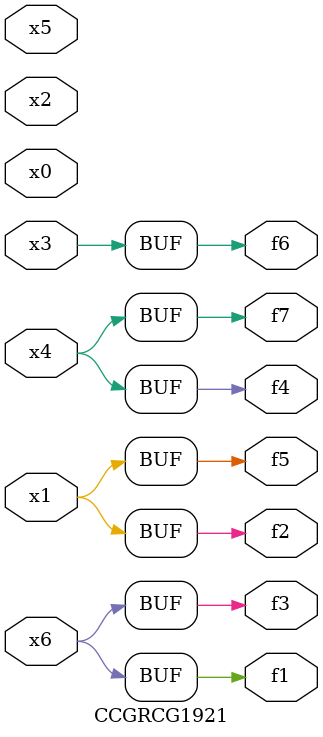
<source format=v>
module CCGRCG1921(
	input x0, x1, x2, x3, x4, x5, x6,
	output f1, f2, f3, f4, f5, f6, f7
);
	assign f1 = x6;
	assign f2 = x1;
	assign f3 = x6;
	assign f4 = x4;
	assign f5 = x1;
	assign f6 = x3;
	assign f7 = x4;
endmodule

</source>
